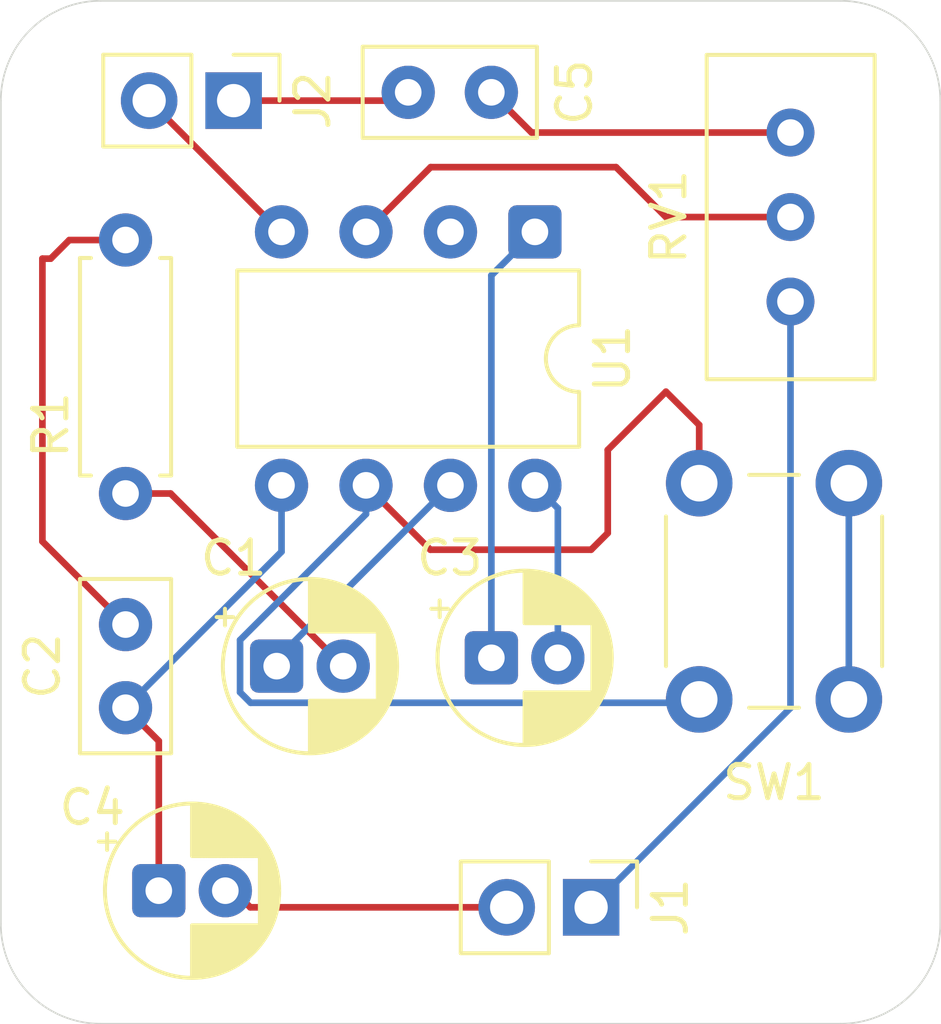
<source format=kicad_pcb>
(kicad_pcb (version 20241229) (generator "pcbnew") (generator_version "9.0")
  (layers (0 "F.Cu" signal) (2 "B.Cu" signal) (13 "F.Paste" user) (15 "B.Paste" user) (5 "F.SilkS" user "F.Silkscreen") (7 "B.SilkS" user "B.Silkscreen") (1 "F.Mask" user) (3 "B.Mask" user) (25 "Edge.Cuts" user))
  (net 0 "")
  (net 1 "Net-(U1-BYPASS)")
  (net 2 "GND")
  (net 3 "Net-(C2-Pad1)")
  (net 4 "Net-(C2-Pad2)")
  (net 5 "Net-(C3-Pad1)")
  (net 6 "Net-(C3-Pad2)")
  (net 7 "Net-(J1-Pin_2)")
  (net 8 "Net-(C5-Pad2)")
  (net 9 "Net-(J2-Pin_1)")
  (net 10 "Net-(U1-+)")
  (net 11 "+12V")
  (net 12 "Net-(SW1-B)")
  (footprint "Capacitor_THT:CP_Radial_D5.0mm_P2.00mm" (layer "F.Cu") (at 118.794888 82.5)
    (property "Reference" "C1" (at -1.294888 -3.25 0) (layer "F.SilkS"))
    (property "Value" "10uF")
    (fp_line (start -1.804775 -1.475) (end -1.304775 -1.475) (stroke (width 0.12)) (layer "F.SilkS"))
    (fp_line (start -1.554775 -1.725) (end -1.554775 -1.225) (stroke (width 0.12)) (layer "F.SilkS"))
    (fp_line (start 1 -2.58) (end 1 -1.04) (stroke (width 0.12)) (layer "F.SilkS"))
    (fp_line (start 1 1.04) (end 1 2.58) (stroke (width 0.12)) (layer "F.SilkS"))
    (fp_line (start 1.04 -2.58) (end 1.04 -1.04) (stroke (width 0.12)) (layer "F.SilkS"))
    (fp_line (start 1.04 1.04) (end 1.04 2.58) (stroke (width 0.12)) (layer "F.SilkS"))
    (fp_line (start 1.08 -2.579) (end 1.08 -1.04) (stroke (width 0.12)) (layer "F.SilkS"))
    (fp_line (start 1.08 1.04) (end 1.08 2.579) (stroke (width 0.12)) (layer "F.SilkS"))
    (fp_line (start 1.12 -2.577) (end 1.12 -1.04) (stroke (width 0.12)) (layer "F.SilkS"))
    (fp_line (start 1.12 1.04) (end 1.12 2.577) (stroke (width 0.12)) (layer "F.SilkS"))
    (fp_line (start 1.16 -2.575) (end 1.16 -1.04) (stroke (width 0.12)) (layer "F.SilkS"))
    (fp_line (start 1.16 1.04) (end 1.16 2.575) (stroke (width 0.12)) (layer "F.SilkS"))
    (fp_line (start 1.2 -2.572) (end 1.2 -1.04) (stroke (width 0.12)) (layer "F.SilkS"))
    (fp_line (start 1.2 1.04) (end 1.2 2.572) (stroke (width 0.12)) (layer "F.SilkS"))
    (fp_line (start 1.24 -2.569) (end 1.24 -1.04) (stroke (width 0.12)) (layer "F.SilkS"))
    (fp_line (start 1.24 1.04) (end 1.24 2.569) (stroke (width 0.12)) (layer "F.SilkS"))
    (fp_line (start 1.28 -2.565) (end 1.28 -1.04) (stroke (width 0.12)) (layer "F.SilkS"))
    (fp_line (start 1.28 1.04) (end 1.28 2.565) (stroke (width 0.12)) (layer "F.SilkS"))
    (fp_line (start 1.32 -2.56) (end 1.32 -1.04) (stroke (width 0.12)) (layer "F.SilkS"))
    (fp_line (start 1.32 1.04) (end 1.32 2.56) (stroke (width 0.12)) (layer "F.SilkS"))
    (fp_line (start 1.36 -2.555) (end 1.36 -1.04) (stroke (width 0.12)) (layer "F.SilkS"))
    (fp_line (start 1.36 1.04) (end 1.36 2.555) (stroke (width 0.12)) (layer "F.SilkS"))
    (fp_line (start 1.4 -2.549) (end 1.4 -1.04) (stroke (width 0.12)) (layer "F.SilkS"))
    (fp_line (start 1.4 1.04) (end 1.4 2.549) (stroke (width 0.12)) (layer "F.SilkS"))
    (fp_line (start 1.44 -2.543) (end 1.44 -1.04) (stroke (width 0.12)) (layer "F.SilkS"))
    (fp_line (start 1.44 1.04) (end 1.44 2.543) (stroke (width 0.12)) (layer "F.SilkS"))
    (fp_line (start 1.48 -2.536) (end 1.48 -1.04) (stroke (width 0.12)) (layer "F.SilkS"))
    (fp_line (start 1.48 1.04) (end 1.48 2.536) (stroke (width 0.12)) (layer "F.SilkS"))
    (fp_line (start 1.52 -2.528) (end 1.52 -1.04) (stroke (width 0.12)) (layer "F.SilkS"))
    (fp_line (start 1.52 1.04) (end 1.52 2.528) (stroke (width 0.12)) (layer "F.SilkS"))
    (fp_line (start 1.56 -2.519) (end 1.56 -1.04) (stroke (width 0.12)) (layer "F.SilkS"))
    (fp_line (start 1.56 1.04) (end 1.56 2.519) (stroke (width 0.12)) (layer "F.SilkS"))
    (fp_line (start 1.6 -2.51) (end 1.6 -1.04) (stroke (width 0.12)) (layer "F.SilkS"))
    (fp_line (start 1.6 1.04) (end 1.6 2.51) (stroke (width 0.12)) (layer "F.SilkS"))
    (fp_line (start 1.64 -2.501) (end 1.64 -1.04) (stroke (width 0.12)) (layer "F.SilkS"))
    (fp_line (start 1.64 1.04) (end 1.64 2.501) (stroke (width 0.12)) (layer "F.SilkS"))
    (fp_line (start 1.68 -2.49) (end 1.68 -1.04) (stroke (width 0.12)) (layer "F.SilkS"))
    (fp_line (start 1.68 1.04) (end 1.68 2.49) (stroke (width 0.12)) (layer "F.SilkS"))
    (fp_line (start 1.72 -2.479) (end 1.72 -1.04) (stroke (width 0.12)) (layer "F.SilkS"))
    (fp_line (start 1.72 1.04) (end 1.72 2.479) (stroke (width 0.12)) (layer "F.SilkS"))
    (fp_line (start 1.76 -2.467) (end 1.76 -1.04) (stroke (width 0.12)) (layer "F.SilkS"))
    (fp_line (start 1.76 1.04) (end 1.76 2.467) (stroke (width 0.12)) (layer "F.SilkS"))
    (fp_line (start 1.8 -2.455) (end 1.8 -1.04) (stroke (width 0.12)) (layer "F.SilkS"))
    (fp_line (start 1.8 1.04) (end 1.8 2.455) (stroke (width 0.12)) (layer "F.SilkS"))
    (fp_line (start 1.84 -2.442) (end 1.84 -1.04) (stroke (width 0.12)) (layer "F.SilkS"))
    (fp_line (start 1.84 1.04) (end 1.84 2.442) (stroke (width 0.12)) (layer "F.SilkS"))
    (fp_line (start 1.88 -2.428) (end 1.88 -1.04) (stroke (width 0.12)) (layer "F.SilkS"))
    (fp_line (start 1.88 1.04) (end 1.88 2.428) (stroke (width 0.12)) (layer "F.SilkS"))
    (fp_line (start 1.92 -2.413) (end 1.92 -1.04) (stroke (width 0.12)) (layer "F.SilkS"))
    (fp_line (start 1.92 1.04) (end 1.92 2.413) (stroke (width 0.12)) (layer "F.SilkS"))
    (fp_line (start 1.96 -2.398) (end 1.96 -1.04) (stroke (width 0.12)) (layer "F.SilkS"))
    (fp_line (start 1.96 1.04) (end 1.96 2.398) (stroke (width 0.12)) (layer "F.SilkS"))
    (fp_line (start 2 -2.382) (end 2 -1.04) (stroke (width 0.12)) (layer "F.SilkS"))
    (fp_line (start 2 1.04) (end 2 2.382) (stroke (width 0.12)) (layer "F.SilkS"))
    (fp_line (start 2.04 -2.365) (end 2.04 -1.04) (stroke (width 0.12)) (layer "F.SilkS"))
    (fp_line (start 2.04 1.04) (end 2.04 2.365) (stroke (width 0.12)) (layer "F.SilkS"))
    (fp_line (start 2.08 -2.347) (end 2.08 -1.04) (stroke (width 0.12)) (layer "F.SilkS"))
    (fp_line (start 2.08 1.04) (end 2.08 2.347) (stroke (width 0.12)) (layer "F.SilkS"))
    (fp_line (start 2.12 -2.329) (end 2.12 -1.04) (stroke (width 0.12)) (layer "F.SilkS"))
    (fp_line (start 2.12 1.04) (end 2.12 2.329) (stroke (width 0.12)) (layer "F.SilkS"))
    (fp_line (start 2.16 -2.309) (end 2.16 -1.04) (stroke (width 0.12)) (layer "F.SilkS"))
    (fp_line (start 2.16 1.04) (end 2.16 2.309) (stroke (width 0.12)) (layer "F.SilkS"))
    (fp_line (start 2.2 -2.289) (end 2.2 -1.04) (stroke (width 0.12)) (layer "F.SilkS"))
    (fp_line (start 2.2 1.04) (end 2.2 2.289) (stroke (width 0.12)) (layer "F.SilkS"))
    (fp_line (start 2.24 -2.268) (end 2.24 -1.04) (stroke (width 0.12)) (layer "F.SilkS"))
    (fp_line (start 2.24 1.04) (end 2.24 2.268) (stroke (width 0.12)) (layer "F.SilkS"))
    (fp_line (start 2.28 -2.246) (end 2.28 -1.04) (stroke (width 0.12)) (layer "F.SilkS"))
    (fp_line (start 2.28 1.04) (end 2.28 2.246) (stroke (width 0.12)) (layer "F.SilkS"))
    (fp_line (start 2.32 -2.223) (end 2.32 -1.04) (stroke (width 0.12)) (layer "F.SilkS"))
    (fp_line (start 2.32 1.04) (end 2.32 2.223) (stroke (width 0.12)) (layer "F.SilkS"))
    (fp_line (start 2.36 -2.199) (end 2.36 -1.04) (stroke (width 0.12)) (layer "F.SilkS"))
    (fp_line (start 2.36 1.04) (end 2.36 2.199) (stroke (width 0.12)) (layer "F.SilkS"))
    (fp_line (start 2.4 -2.175) (end 2.4 -1.04) (stroke (width 0.12)) (layer "F.SilkS"))
    (fp_line (start 2.4 1.04) (end 2.4 2.175) (stroke (width 0.12)) (layer "F.SilkS"))
    (fp_line (start 2.44 -2.149) (end 2.44 -1.04) (stroke (width 0.12)) (layer "F.SilkS"))
    (fp_line (start 2.44 1.04) (end 2.44 2.149) (stroke (width 0.12)) (layer "F.SilkS"))
    (fp_line (start 2.48 -2.122) (end 2.48 -1.04) (stroke (width 0.12)) (layer "F.SilkS"))
    (fp_line (start 2.48 1.04) (end 2.48 2.122) (stroke (width 0.12)) (layer "F.SilkS"))
    (fp_line (start 2.52 -2.094) (end 2.52 -1.04) (stroke (width 0.12)) (layer "F.SilkS"))
    (fp_line (start 2.52 1.04) (end 2.52 2.094) (stroke (width 0.12)) (layer "F.SilkS"))
    (fp_line (start 2.56 -2.065) (end 2.56 -1.04) (stroke (width 0.12)) (layer "F.SilkS"))
    (fp_line (start 2.56 1.04) (end 2.56 2.065) (stroke (width 0.12)) (layer "F.SilkS"))
    (fp_line (start 2.6 -2.035) (end 2.6 -1.04) (stroke (width 0.12)) (layer "F.SilkS"))
    (fp_line (start 2.6 1.04) (end 2.6 2.035) (stroke (width 0.12)) (layer "F.SilkS"))
    (fp_line (start 2.64 -2.003) (end 2.64 -1.04) (stroke (width 0.12)) (layer "F.SilkS"))
    (fp_line (start 2.64 1.04) (end 2.64 2.003) (stroke (width 0.12)) (layer "F.SilkS"))
    (fp_line (start 2.68 -1.97) (end 2.68 -1.04) (stroke (width 0.12)) (layer "F.SilkS"))
    (fp_line (start 2.68 1.04) (end 2.68 1.97) (stroke (width 0.12)) (layer "F.SilkS"))
    (fp_line (start 2.72 -1.936) (end 2.72 -1.04) (stroke (width 0.12)) (layer "F.SilkS"))
    (fp_line (start 2.72 1.04) (end 2.72 1.936) (stroke (width 0.12)) (layer "F.SilkS"))
    (fp_line (start 2.76 -1.901) (end 2.76 -1.04) (stroke (width 0.12)) (layer "F.SilkS"))
    (fp_line (start 2.76 1.04) (end 2.76 1.901) (stroke (width 0.12)) (layer "F.SilkS"))
    (fp_line (start 2.8 -1.864) (end 2.8 -1.04) (stroke (width 0.12)) (layer "F.SilkS"))
    (fp_line (start 2.8 1.04) (end 2.8 1.864) (stroke (width 0.12)) (layer "F.SilkS"))
    (fp_line (start 2.84 -1.825) (end 2.84 -1.04) (stroke (width 0.12)) (layer "F.SilkS"))
    (fp_line (start 2.84 1.04) (end 2.84 1.825) (stroke (width 0.12)) (layer "F.SilkS"))
    (fp_line (start 2.88 -1.785) (end 2.88 -1.04) (stroke (width 0.12)) (layer "F.SilkS"))
    (fp_line (start 2.88 1.04) (end 2.88 1.785) (stroke (width 0.12)) (layer "F.SilkS"))
    (fp_line (start 2.92 -1.743) (end 2.92 -1.04) (stroke (width 0.12)) (layer "F.SilkS"))
    (fp_line (start 2.92 1.04) (end 2.92 1.743) (stroke (width 0.12)) (layer "F.SilkS"))
    (fp_line (start 2.96 -1.699) (end 2.96 -1.04) (stroke (width 0.12)) (layer "F.SilkS"))
    (fp_line (start 2.96 1.04) (end 2.96 1.699) (stroke (width 0.12)) (layer "F.SilkS"))
    (fp_line (start 3 -1.652) (end 3 -1.04) (stroke (width 0.12)) (layer "F.SilkS"))
    (fp_line (start 3 1.04) (end 3 1.652) (stroke (width 0.12)) (layer "F.SilkS"))
    (fp_line (start 3.04 -1.604) (end 3.04 1.604) (stroke (width 0.12)) (layer "F.SilkS"))
    (fp_line (start 3.08 -1.553) (end 3.08 1.553) (stroke (width 0.12)) (layer "F.SilkS"))
    (fp_line (start 3.12 -1.499) (end 3.12 1.499) (stroke (width 0.12)) (layer "F.SilkS"))
    (fp_line (start 3.16 -1.443) (end 3.16 1.443) (stroke (width 0.12)) (layer "F.SilkS"))
    (fp_line (start 3.2 -1.383) (end 3.2 1.383) (stroke (width 0.12)) (layer "F.SilkS"))
    (fp_line (start 3.24 -1.319) (end 3.24 1.319) (stroke (width 0.12)) (layer "F.SilkS"))
    (fp_line (start 3.28 -1.251) (end 3.28 1.251) (stroke (width 0.12)) (layer "F.SilkS"))
    (fp_line (start 3.32 -1.177) (end 3.32 1.177) (stroke (width 0.12)) (layer "F.SilkS"))
    (fp_line (start 3.36 -1.098) (end 3.36 1.098) (stroke (width 0.12)) (layer "F.SilkS"))
    (fp_line (start 3.4 -1.011) (end 3.4 1.011) (stroke (width 0.12)) (layer "F.SilkS"))
    (fp_line (start 3.44 -0.914) (end 3.44 0.914) (stroke (width 0.12)) (layer "F.SilkS"))
    (fp_line (start 3.48 -0.805) (end 3.48 0.805) (stroke (width 0.12)) (layer "F.SilkS"))
    (fp_line (start 3.52 -0.677) (end 3.52 0.677) (stroke (width 0.12)) (layer "F.SilkS"))
    (fp_line (start 3.56 -0.517) (end 3.56 0.517) (stroke (width 0.12)) (layer "F.SilkS"))
    (fp_line (start 3.6 -0.283) (end 3.6 0.283) (stroke (width 0.12)) (layer "F.SilkS"))
    (fp_circle (center 1 0) (end 3.62 0) (stroke (width 0.12)) (fill no) (layer "F.SilkS"))
    (pad "1" thru_hole roundrect (at 0 0) (size 1.6 1.6) (drill 0.8) (layers "*.Cu" "*.Mask") (roundrect_rratio 0.15625) (net 1 "Net-(U1-BYPASS)"))
    (pad "2" thru_hole circle (at 2 0) (size 1.6 1.6) (drill 0.8) (layers "*.Cu" "*.Mask") (net 2 "GND"))
  )
  (footprint "Potentiometer_THT:Potentiometer_Bourns_3296W_Vertical" (layer "F.Cu") (at 134.245 66.46 90)
    (property "Reference" "RV1" (at -2.54 -3.66 90) (layer "F.SilkS"))
    (property "Value" "R_Potentiometer" (hide yes))
    (fp_line (start 2.335 -2.52) (end 2.335 2.53) (stroke (width 0.12)) (layer "F.SilkS"))
    (fp_line (start -7.415 -2.52) (end 2.335 -2.52) (stroke (width 0.12)) (layer "F.SilkS"))
    (fp_line (start 2.335 2.53) (end -7.415 2.53) (stroke (width 0.12)) (layer "F.SilkS"))
    (fp_line (start -7.415 2.53) (end -7.415 -2.52) (stroke (width 0.12)) (layer "F.SilkS"))
    (pad "1" thru_hole circle (at 0 0 90) (size 1.44 1.44) (drill 0.8) (layers "*.Cu" "*.Mask") (net 8 "Net-(C5-Pad2)"))
    (pad "2" thru_hole circle (at -2.54 0 90) (size 1.44 1.44) (drill 0.8) (layers "*.Cu" "*.Mask") (net 10 "Net-(U1-+)"))
    (pad "3" thru_hole circle (at -5.08 0 90) (size 1.44 1.44) (drill 0.8) (layers "*.Cu" "*.Mask") (net 2 "GND"))
  )
  (footprint "Capacitor_THT:CP_Radial_D5.0mm_P2.00mm" (layer "F.Cu") (at 115.25 89.25)
    (property "Reference" "C4" (at -2 -2.5 0) (layer "F.SilkS"))
    (property "Value" "C_Polarized" (hide yes))
    (fp_line (start -1.804775 -1.475) (end -1.304775 -1.475) (stroke (width 0.12)) (layer "F.SilkS"))
    (fp_line (start -1.554775 -1.725) (end -1.554775 -1.225) (stroke (width 0.12)) (layer "F.SilkS"))
    (fp_line (start 1 -2.58) (end 1 -1.04) (stroke (width 0.12)) (layer "F.SilkS"))
    (fp_line (start 1 1.04) (end 1 2.58) (stroke (width 0.12)) (layer "F.SilkS"))
    (fp_line (start 1.04 -2.58) (end 1.04 -1.04) (stroke (width 0.12)) (layer "F.SilkS"))
    (fp_line (start 1.04 1.04) (end 1.04 2.58) (stroke (width 0.12)) (layer "F.SilkS"))
    (fp_line (start 1.08 -2.579) (end 1.08 -1.04) (stroke (width 0.12)) (layer "F.SilkS"))
    (fp_line (start 1.08 1.04) (end 1.08 2.579) (stroke (width 0.12)) (layer "F.SilkS"))
    (fp_line (start 1.12 -2.577) (end 1.12 -1.04) (stroke (width 0.12)) (layer "F.SilkS"))
    (fp_line (start 1.12 1.04) (end 1.12 2.577) (stroke (width 0.12)) (layer "F.SilkS"))
    (fp_line (start 1.16 -2.575) (end 1.16 -1.04) (stroke (width 0.12)) (layer "F.SilkS"))
    (fp_line (start 1.16 1.04) (end 1.16 2.575) (stroke (width 0.12)) (layer "F.SilkS"))
    (fp_line (start 1.2 -2.572) (end 1.2 -1.04) (stroke (width 0.12)) (layer "F.SilkS"))
    (fp_line (start 1.2 1.04) (end 1.2 2.572) (stroke (width 0.12)) (layer "F.SilkS"))
    (fp_line (start 1.24 -2.569) (end 1.24 -1.04) (stroke (width 0.12)) (layer "F.SilkS"))
    (fp_line (start 1.24 1.04) (end 1.24 2.569) (stroke (width 0.12)) (layer "F.SilkS"))
    (fp_line (start 1.28 -2.565) (end 1.28 -1.04) (stroke (width 0.12)) (layer "F.SilkS"))
    (fp_line (start 1.28 1.04) (end 1.28 2.565) (stroke (width 0.12)) (layer "F.SilkS"))
    (fp_line (start 1.32 -2.56) (end 1.32 -1.04) (stroke (width 0.12)) (layer "F.SilkS"))
    (fp_line (start 1.32 1.04) (end 1.32 2.56) (stroke (width 0.12)) (layer "F.SilkS"))
    (fp_line (start 1.36 -2.555) (end 1.36 -1.04) (stroke (width 0.12)) (layer "F.SilkS"))
    (fp_line (start 1.36 1.04) (end 1.36 2.555) (stroke (width 0.12)) (layer "F.SilkS"))
    (fp_line (start 1.4 -2.549) (end 1.4 -1.04) (stroke (width 0.12)) (layer "F.SilkS"))
    (fp_line (start 1.4 1.04) (end 1.4 2.549) (stroke (width 0.12)) (layer "F.SilkS"))
    (fp_line (start 1.44 -2.543) (end 1.44 -1.04) (stroke (width 0.12)) (layer "F.SilkS"))
    (fp_line (start 1.44 1.04) (end 1.44 2.543) (stroke (width 0.12)) (layer "F.SilkS"))
    (fp_line (start 1.48 -2.536) (end 1.48 -1.04) (stroke (width 0.12)) (layer "F.SilkS"))
    (fp_line (start 1.48 1.04) (end 1.48 2.536) (stroke (width 0.12)) (layer "F.SilkS"))
    (fp_line (start 1.52 -2.528) (end 1.52 -1.04) (stroke (width 0.12)) (layer "F.SilkS"))
    (fp_line (start 1.52 1.04) (end 1.52 2.528) (stroke (width 0.12)) (layer "F.SilkS"))
    (fp_line (start 1.56 -2.519) (end 1.56 -1.04) (stroke (width 0.12)) (layer "F.SilkS"))
    (fp_line (start 1.56 1.04) (end 1.56 2.519) (stroke (width 0.12)) (layer "F.SilkS"))
    (fp_line (start 1.6 -2.51) (end 1.6 -1.04) (stroke (width 0.12)) (layer "F.SilkS"))
    (fp_line (start 1.6 1.04) (end 1.6 2.51) (stroke (width 0.12)) (layer "F.SilkS"))
    (fp_line (start 1.64 -2.501) (end 1.64 -1.04) (stroke (width 0.12)) (layer "F.SilkS"))
    (fp_line (start 1.64 1.04) (end 1.64 2.501) (stroke (width 0.12)) (layer "F.SilkS"))
    (fp_line (start 1.68 -2.49) (end 1.68 -1.04) (stroke (width 0.12)) (layer "F.SilkS"))
    (fp_line (start 1.68 1.04) (end 1.68 2.49) (stroke (width 0.12)) (layer "F.SilkS"))
    (fp_line (start 1.72 -2.479) (end 1.72 -1.04) (stroke (width 0.12)) (layer "F.SilkS"))
    (fp_line (start 1.72 1.04) (end 1.72 2.479) (stroke (width 0.12)) (layer "F.SilkS"))
    (fp_line (start 1.76 -2.467) (end 1.76 -1.04) (stroke (width 0.12)) (layer "F.SilkS"))
    (fp_line (start 1.76 1.04) (end 1.76 2.467) (stroke (width 0.12)) (layer "F.SilkS"))
    (fp_line (start 1.8 -2.455) (end 1.8 -1.04) (stroke (width 0.12)) (layer "F.SilkS"))
    (fp_line (start 1.8 1.04) (end 1.8 2.455) (stroke (width 0.12)) (layer "F.SilkS"))
    (fp_line (start 1.84 -2.442) (end 1.84 -1.04) (stroke (width 0.12)) (layer "F.SilkS"))
    (fp_line (start 1.84 1.04) (end 1.84 2.442) (stroke (width 0.12)) (layer "F.SilkS"))
    (fp_line (start 1.88 -2.428) (end 1.88 -1.04) (stroke (width 0.12)) (layer "F.SilkS"))
    (fp_line (start 1.88 1.04) (end 1.88 2.428) (stroke (width 0.12)) (layer "F.SilkS"))
    (fp_line (start 1.92 -2.413) (end 1.92 -1.04) (stroke (width 0.12)) (layer "F.SilkS"))
    (fp_line (start 1.92 1.04) (end 1.92 2.413) (stroke (width 0.12)) (layer "F.SilkS"))
    (fp_line (start 1.96 -2.398) (end 1.96 -1.04) (stroke (width 0.12)) (layer "F.SilkS"))
    (fp_line (start 1.96 1.04) (end 1.96 2.398) (stroke (width 0.12)) (layer "F.SilkS"))
    (fp_line (start 2 -2.382) (end 2 -1.04) (stroke (width 0.12)) (layer "F.SilkS"))
    (fp_line (start 2 1.04) (end 2 2.382) (stroke (width 0.12)) (layer "F.SilkS"))
    (fp_line (start 2.04 -2.365) (end 2.04 -1.04) (stroke (width 0.12)) (layer "F.SilkS"))
    (fp_line (start 2.04 1.04) (end 2.04 2.365) (stroke (width 0.12)) (layer "F.SilkS"))
    (fp_line (start 2.08 -2.347) (end 2.08 -1.04) (stroke (width 0.12)) (layer "F.SilkS"))
    (fp_line (start 2.08 1.04) (end 2.08 2.347) (stroke (width 0.12)) (layer "F.SilkS"))
    (fp_line (start 2.12 -2.329) (end 2.12 -1.04) (stroke (width 0.12)) (layer "F.SilkS"))
    (fp_line (start 2.12 1.04) (end 2.12 2.329) (stroke (width 0.12)) (layer "F.SilkS"))
    (fp_line (start 2.16 -2.309) (end 2.16 -1.04) (stroke (width 0.12)) (layer "F.SilkS"))
    (fp_line (start 2.16 1.04) (end 2.16 2.309) (stroke (width 0.12)) (layer "F.SilkS"))
    (fp_line (start 2.2 -2.289) (end 2.2 -1.04) (stroke (width 0.12)) (layer "F.SilkS"))
    (fp_line (start 2.2 1.04) (end 2.2 2.289) (stroke (width 0.12)) (layer "F.SilkS"))
    (fp_line (start 2.24 -2.268) (end 2.24 -1.04) (stroke (width 0.12)) (layer "F.SilkS"))
    (fp_line (start 2.24 1.04) (end 2.24 2.268) (stroke (width 0.12)) (layer "F.SilkS"))
    (fp_line (start 2.28 -2.246) (end 2.28 -1.04) (stroke (width 0.12)) (layer "F.SilkS"))
    (fp_line (start 2.28 1.04) (end 2.28 2.246) (stroke (width 0.12)) (layer "F.SilkS"))
    (fp_line (start 2.32 -2.223) (end 2.32 -1.04) (stroke (width 0.12)) (layer "F.SilkS"))
    (fp_line (start 2.32 1.04) (end 2.32 2.223) (stroke (width 0.12)) (layer "F.SilkS"))
    (fp_line (start 2.36 -2.199) (end 2.36 -1.04) (stroke (width 0.12)) (layer "F.SilkS"))
    (fp_line (start 2.36 1.04) (end 2.36 2.199) (stroke (width 0.12)) (layer "F.SilkS"))
    (fp_line (start 2.4 -2.175) (end 2.4 -1.04) (stroke (width 0.12)) (layer "F.SilkS"))
    (fp_line (start 2.4 1.04) (end 2.4 2.175) (stroke (width 0.12)) (layer "F.SilkS"))
    (fp_line (start 2.44 -2.149) (end 2.44 -1.04) (stroke (width 0.12)) (layer "F.SilkS"))
    (fp_line (start 2.44 1.04) (end 2.44 2.149) (stroke (width 0.12)) (layer "F.SilkS"))
    (fp_line (start 2.48 -2.122) (end 2.48 -1.04) (stroke (width 0.12)) (layer "F.SilkS"))
    (fp_line (start 2.48 1.04) (end 2.48 2.122) (stroke (width 0.12)) (layer "F.SilkS"))
    (fp_line (start 2.52 -2.094) (end 2.52 -1.04) (stroke (width 0.12)) (layer "F.SilkS"))
    (fp_line (start 2.52 1.04) (end 2.52 2.094) (stroke (width 0.12)) (layer "F.SilkS"))
    (fp_line (start 2.56 -2.065) (end 2.56 -1.04) (stroke (width 0.12)) (layer "F.SilkS"))
    (fp_line (start 2.56 1.04) (end 2.56 2.065) (stroke (width 0.12)) (layer "F.SilkS"))
    (fp_line (start 2.6 -2.035) (end 2.6 -1.04) (stroke (width 0.12)) (layer "F.SilkS"))
    (fp_line (start 2.6 1.04) (end 2.6 2.035) (stroke (width 0.12)) (layer "F.SilkS"))
    (fp_line (start 2.64 -2.003) (end 2.64 -1.04) (stroke (width 0.12)) (layer "F.SilkS"))
    (fp_line (start 2.64 1.04) (end 2.64 2.003) (stroke (width 0.12)) (layer "F.SilkS"))
    (fp_line (start 2.68 -1.97) (end 2.68 -1.04) (stroke (width 0.12)) (layer "F.SilkS"))
    (fp_line (start 2.68 1.04) (end 2.68 1.97) (stroke (width 0.12)) (layer "F.SilkS"))
    (fp_line (start 2.72 -1.936) (end 2.72 -1.04) (stroke (width 0.12)) (layer "F.SilkS"))
    (fp_line (start 2.72 1.04) (end 2.72 1.936) (stroke (width 0.12)) (layer "F.SilkS"))
    (fp_line (start 2.76 -1.901) (end 2.76 -1.04) (stroke (width 0.12)) (layer "F.SilkS"))
    (fp_line (start 2.76 1.04) (end 2.76 1.901) (stroke (width 0.12)) (layer "F.SilkS"))
    (fp_line (start 2.8 -1.864) (end 2.8 -1.04) (stroke (width 0.12)) (layer "F.SilkS"))
    (fp_line (start 2.8 1.04) (end 2.8 1.864) (stroke (width 0.12)) (layer "F.SilkS"))
    (fp_line (start 2.84 -1.825) (end 2.84 -1.04) (stroke (width 0.12)) (layer "F.SilkS"))
    (fp_line (start 2.84 1.04) (end 2.84 1.825) (stroke (width 0.12)) (layer "F.SilkS"))
    (fp_line (start 2.88 -1.785) (end 2.88 -1.04) (stroke (width 0.12)) (layer "F.SilkS"))
    (fp_line (start 2.88 1.04) (end 2.88 1.785) (stroke (width 0.12)) (layer "F.SilkS"))
    (fp_line (start 2.92 -1.743) (end 2.92 -1.04) (stroke (width 0.12)) (layer "F.SilkS"))
    (fp_line (start 2.92 1.04) (end 2.92 1.743) (stroke (width 0.12)) (layer "F.SilkS"))
    (fp_line (start 2.96 -1.699) (end 2.96 -1.04) (stroke (width 0.12)) (layer "F.SilkS"))
    (fp_line (start 2.96 1.04) (end 2.96 1.699) (stroke (width 0.12)) (layer "F.SilkS"))
    (fp_line (start 3 -1.652) (end 3 -1.04) (stroke (width 0.12)) (layer "F.SilkS"))
    (fp_line (start 3 1.04) (end 3 1.652) (stroke (width 0.12)) (layer "F.SilkS"))
    (fp_line (start 3.04 -1.604) (end 3.04 1.604) (stroke (width 0.12)) (layer "F.SilkS"))
    (fp_line (start 3.08 -1.553) (end 3.08 1.553) (stroke (width 0.12)) (layer "F.SilkS"))
    (fp_line (start 3.12 -1.499) (end 3.12 1.499) (stroke (width 0.12)) (layer "F.SilkS"))
    (fp_line (start 3.16 -1.443) (end 3.16 1.443) (stroke (width 0.12)) (layer "F.SilkS"))
    (fp_line (start 3.2 -1.383) (end 3.2 1.383) (stroke (width 0.12)) (layer "F.SilkS"))
    (fp_line (start 3.24 -1.319) (end 3.24 1.319) (stroke (width 0.12)) (layer "F.SilkS"))
    (fp_line (start 3.28 -1.251) (end 3.28 1.251) (stroke (width 0.12)) (layer "F.SilkS"))
    (fp_line (start 3.32 -1.177) (end 3.32 1.177) (stroke (width 0.12)) (layer "F.SilkS"))
    (fp_line (start 3.36 -1.098) (end 3.36 1.098) (stroke (width 0.12)) (layer "F.SilkS"))
    (fp_line (start 3.4 -1.011) (end 3.4 1.011) (stroke (width 0.12)) (layer "F.SilkS"))
    (fp_line (start 3.44 -0.914) (end 3.44 0.914) (stroke (width 0.12)) (layer "F.SilkS"))
    (fp_line (start 3.48 -0.805) (end 3.48 0.805) (stroke (width 0.12)) (layer "F.SilkS"))
    (fp_line (start 3.52 -0.677) (end 3.52 0.677) (stroke (width 0.12)) (layer "F.SilkS"))
    (fp_line (start 3.56 -0.517) (end 3.56 0.517) (stroke (width 0.12)) (layer "F.SilkS"))
    (fp_line (start 3.6 -0.283) (end 3.6 0.283) (stroke (width 0.12)) (layer "F.SilkS"))
    (fp_circle (center 1 0) (end 3.62 0) (stroke (width 0.12)) (fill no) (layer "F.SilkS"))
    (pad "1" thru_hole roundrect (at 0 0) (size 1.6 1.6) (drill 0.8) (layers "*.Cu" "*.Mask") (roundrect_rratio 0.15625) (net 3 "Net-(C2-Pad1)"))
    (pad "2" thru_hole circle (at 2 0) (size 1.6 1.6) (drill 0.8) (layers "*.Cu" "*.Mask") (net 7 "Net-(J1-Pin_2)"))
  )
  (footprint "Button_Switch_THT:SW_PUSH_6mm" (layer "F.Cu") (at 136 77 -90)
    (property "Reference" "SW1" (at 9 2.25 180) (layer "F.SilkS"))
    (property "Value" "SW_SPST")
    (fp_line (start 1 5.5) (end 5.5 5.5) (stroke (width 0.12)) (layer "F.SilkS"))
    (fp_line (start 6.75 3) (end 6.75 1.5) (stroke (width 0.12)) (layer "F.SilkS"))
    (fp_line (start -0.25 1.5) (end -0.25 3) (stroke (width 0.12)) (layer "F.SilkS"))
    (fp_line (start 5.5 -1) (end 1 -1) (stroke (width 0.12)) (layer "F.SilkS"))
    (pad "1" thru_hole circle (at 0 0) (size 2 2) (drill 1.1) (layers "*.Cu" "*.Mask") (net 11 "+12V"))
    (pad "1" thru_hole circle (at 6.5 0) (size 2 2) (drill 1.1) (layers "*.Cu" "*.Mask") (net 11 "+12V"))
    (pad "2" thru_hole circle (at 0 4.5) (size 2 2) (drill 1.1) (layers "*.Cu" "*.Mask") (net 12 "Net-(SW1-B)"))
    (pad "2" thru_hole circle (at 6.5 4.5) (size 2 2) (drill 1.1) (layers "*.Cu" "*.Mask") (net 12 "Net-(SW1-B)"))
  )
  (footprint "Capacitor_THT:C_Disc_D5.0mm_W2.5mm_P2.50mm" (layer "F.Cu") (at 122.75 65.25)
    (property "Reference" "C5" (at 5 0 270) (layer "F.SilkS"))
    (property "Value" "C")
    (fp_line (start -1.37 -1.37) (end 3.87 -1.37) (stroke (width 0.12)) (layer "F.SilkS"))
    (fp_line (start -1.37 1.37) (end -1.37 -1.37) (stroke (width 0.12)) (layer "F.SilkS"))
    (fp_line (start 3.87 -1.37) (end 3.87 1.37) (stroke (width 0.12)) (layer "F.SilkS"))
    (fp_line (start 3.87 1.37) (end -1.37 1.37) (stroke (width 0.12)) (layer "F.SilkS"))
    (pad "1" thru_hole circle (at 0 0) (size 1.6 1.6) (drill 0.8) (layers "*.Cu" "*.Mask") (net 9 "Net-(J2-Pin_1)"))
    (pad "2" thru_hole circle (at 2.5 0) (size 1.6 1.6) (drill 0.8) (layers "*.Cu" "*.Mask") (net 8 "Net-(C5-Pad2)"))
  )
  (footprint "Connector_PinHeader_2.54mm:PinHeader_1x02_P2.54mm_Vertical" (layer "F.Cu") (at 128.25 89.75 -90)
    (property "Reference" "J1" (at 0 -2.38 90) (layer "F.SilkS"))
    (property "Value" "Vout")
    (fp_line (start -1.38 3.92) (end 1.38 3.92) (stroke (width 0.12)) (layer "F.SilkS"))
    (fp_line (start -1.38 1.27) (end -1.38 3.92) (stroke (width 0.12)) (layer "F.SilkS"))
    (fp_line (start -1.38 1.27) (end 1.38 1.27) (stroke (width 0.12)) (layer "F.SilkS"))
    (fp_line (start 1.38 1.27) (end 1.38 3.92) (stroke (width 0.12)) (layer "F.SilkS"))
    (fp_line (start -1.38 0) (end -1.38 -1.38) (stroke (width 0.12)) (layer "F.SilkS"))
    (fp_line (start -1.38 -1.38) (end 0 -1.38) (stroke (width 0.12)) (layer "F.SilkS"))
    (pad "1" thru_hole rect (at 0 0 270) (size 1.7 1.7) (drill 1) (layers "*.Cu" "*.Mask") (net 2 "GND"))
    (pad "2" thru_hole circle (at 0 2.54 270) (size 1.7 1.7) (drill 1) (layers "*.Cu" "*.Mask") (net 7 "Net-(J1-Pin_2)"))
  )
  (footprint "Connector_PinHeader_2.54mm:PinHeader_1x02_P2.54mm_Vertical" (layer "F.Cu") (at 117.5 65.5 -90)
    (property "Reference" "J2" (at 0 -2.38 90) (layer "F.SilkS"))
    (property "Value" "Vin")
    (fp_line (start -1.38 3.92) (end 1.38 3.92) (stroke (width 0.12)) (layer "F.SilkS"))
    (fp_line (start -1.38 1.27) (end -1.38 3.92) (stroke (width 0.12)) (layer "F.SilkS"))
    (fp_line (start -1.38 1.27) (end 1.38 1.27) (stroke (width 0.12)) (layer "F.SilkS"))
    (fp_line (start 1.38 1.27) (end 1.38 3.92) (stroke (width 0.12)) (layer "F.SilkS"))
    (fp_line (start -1.38 0) (end -1.38 -1.38) (stroke (width 0.12)) (layer "F.SilkS"))
    (fp_line (start -1.38 -1.38) (end 0 -1.38) (stroke (width 0.12)) (layer "F.SilkS"))
    (pad "1" thru_hole rect (at 0 0 270) (size 1.7 1.7) (drill 1) (layers "*.Cu" "*.Mask") (net 9 "Net-(J2-Pin_1)"))
    (pad "2" thru_hole circle (at 0 2.54 270) (size 1.7 1.7) (drill 1) (layers "*.Cu" "*.Mask") (net 2 "GND"))
  )
  (footprint "Capacitor_THT:C_Disc_D5.0mm_W2.5mm_P2.50mm" (layer "F.Cu") (at 114.25 83.75 90)
    (property "Reference" "C2" (at 1.25 -2.5 90) (layer "F.SilkS"))
    (property "Value" "C")
    (fp_line (start 3.87 -1.37) (end 3.87 1.37) (stroke (width 0.12)) (layer "F.SilkS"))
    (fp_line (start -1.37 -1.37) (end 3.87 -1.37) (stroke (width 0.12)) (layer "F.SilkS"))
    (fp_line (start 3.87 1.37) (end -1.37 1.37) (stroke (width 0.12)) (layer "F.SilkS"))
    (fp_line (start -1.37 1.37) (end -1.37 -1.37) (stroke (width 0.12)) (layer "F.SilkS"))
    (pad "1" thru_hole circle (at 0 0 90) (size 1.6 1.6) (drill 0.8) (layers "*.Cu" "*.Mask") (net 3 "Net-(C2-Pad1)"))
    (pad "2" thru_hole circle (at 2.5 0 90) (size 1.6 1.6) (drill 0.8) (layers "*.Cu" "*.Mask") (net 4 "Net-(C2-Pad2)"))
  )
  (footprint "Resistor_THT:R_Axial_DIN0207_L6.3mm_D2.5mm_P7.62mm_Horizontal" (layer "F.Cu") (at 114.25 69.69 -90)
    (property "Reference" "R1" (at 5.56 2.25 90) (layer "F.SilkS"))
    (property "Value" "R")
    (fp_line (start 0.54 1.37) (end 7.08 1.37) (stroke (width 0.12)) (layer "F.SilkS"))
    (fp_line (start 7.08 1.37) (end 7.08 1.04) (stroke (width 0.12)) (layer "F.SilkS"))
    (fp_line (start 0.54 1.04) (end 0.54 1.37) (stroke (width 0.12)) (layer "F.SilkS"))
    (fp_line (start 0.54 -1.04) (end 0.54 -1.37) (stroke (width 0.12)) (layer "F.SilkS"))
    (fp_line (start 0.54 -1.37) (end 7.08 -1.37) (stroke (width 0.12)) (layer "F.SilkS"))
    (fp_line (start 7.08 -1.37) (end 7.08 -1.04) (stroke (width 0.12)) (layer "F.SilkS"))
    (pad "1" thru_hole circle (at 0 0 270) (size 1.6 1.6) (drill 0.8) (layers "*.Cu" "*.Mask") (net 4 "Net-(C2-Pad2)"))
    (pad "2" thru_hole circle (at 7.62 0 270) (size 1.6 1.6) (drill 0.8) (layers "*.Cu" "*.Mask") (net 2 "GND"))
  )
  (footprint "Capacitor_THT:CP_Radial_D5.0mm_P2.00mm" (layer "F.Cu") (at 125.25 82.25)
    (property "Reference" "C3" (at -1.25 -3 0) (layer "F.SilkS"))
    (property "Value" "10uF")
    (fp_line (start -1.804775 -1.475) (end -1.304775 -1.475) (stroke (width 0.12)) (layer "F.SilkS"))
    (fp_line (start -1.554775 -1.725) (end -1.554775 -1.225) (stroke (width 0.12)) (layer "F.SilkS"))
    (fp_line (start 1 -2.58) (end 1 -1.04) (stroke (width 0.12)) (layer "F.SilkS"))
    (fp_line (start 1 1.04) (end 1 2.58) (stroke (width 0.12)) (layer "F.SilkS"))
    (fp_line (start 1.04 -2.58) (end 1.04 -1.04) (stroke (width 0.12)) (layer "F.SilkS"))
    (fp_line (start 1.04 1.04) (end 1.04 2.58) (stroke (width 0.12)) (layer "F.SilkS"))
    (fp_line (start 1.08 -2.579) (end 1.08 -1.04) (stroke (width 0.12)) (layer "F.SilkS"))
    (fp_line (start 1.08 1.04) (end 1.08 2.579) (stroke (width 0.12)) (layer "F.SilkS"))
    (fp_line (start 1.12 -2.577) (end 1.12 -1.04) (stroke (width 0.12)) (layer "F.SilkS"))
    (fp_line (start 1.12 1.04) (end 1.12 2.577) (stroke (width 0.12)) (layer "F.SilkS"))
    (fp_line (start 1.16 -2.575) (end 1.16 -1.04) (stroke (width 0.12)) (layer "F.SilkS"))
    (fp_line (start 1.16 1.04) (end 1.16 2.575) (stroke (width 0.12)) (layer "F.SilkS"))
    (fp_line (start 1.2 -2.572) (end 1.2 -1.04) (stroke (width 0.12)) (layer "F.SilkS"))
    (fp_line (start 1.2 1.04) (end 1.2 2.572) (stroke (width 0.12)) (layer "F.SilkS"))
    (fp_line (start 1.24 -2.569) (end 1.24 -1.04) (stroke (width 0.12)) (layer "F.SilkS"))
    (fp_line (start 1.24 1.04) (end 1.24 2.569) (stroke (width 0.12)) (layer "F.SilkS"))
    (fp_line (start 1.28 -2.565) (end 1.28 -1.04) (stroke (width 0.12)) (layer "F.SilkS"))
    (fp_line (start 1.28 1.04) (end 1.28 2.565) (stroke (width 0.12)) (layer "F.SilkS"))
    (fp_line (start 1.32 -2.56) (end 1.32 -1.04) (stroke (width 0.12)) (layer "F.SilkS"))
    (fp_line (start 1.32 1.04) (end 1.32 2.56) (stroke (width 0.12)) (layer "F.SilkS"))
    (fp_line (start 1.36 -2.555) (end 1.36 -1.04) (stroke (width 0.12)) (layer "F.SilkS"))
    (fp_line (start 1.36 1.04) (end 1.36 2.555) (stroke (width 0.12)) (layer "F.SilkS"))
    (fp_line (start 1.4 -2.549) (end 1.4 -1.04) (stroke (width 0.12)) (layer "F.SilkS"))
    (fp_line (start 1.4 1.04) (end 1.4 2.549) (stroke (width 0.12)) (layer "F.SilkS"))
    (fp_line (start 1.44 -2.543) (end 1.44 -1.04) (stroke (width 0.12)) (layer "F.SilkS"))
    (fp_line (start 1.44 1.04) (end 1.44 2.543) (stroke (width 0.12)) (layer "F.SilkS"))
    (fp_line (start 1.48 -2.536) (end 1.48 -1.04) (stroke (width 0.12)) (layer "F.SilkS"))
    (fp_line (start 1.48 1.04) (end 1.48 2.536) (stroke (width 0.12)) (layer "F.SilkS"))
    (fp_line (start 1.52 -2.528) (end 1.52 -1.04) (stroke (width 0.12)) (layer "F.SilkS"))
    (fp_line (start 1.52 1.04) (end 1.52 2.528) (stroke (width 0.12)) (layer "F.SilkS"))
    (fp_line (start 1.56 -2.519) (end 1.56 -1.04) (stroke (width 0.12)) (layer "F.SilkS"))
    (fp_line (start 1.56 1.04) (end 1.56 2.519) (stroke (width 0.12)) (layer "F.SilkS"))
    (fp_line (start 1.6 -2.51) (end 1.6 -1.04) (stroke (width 0.12)) (layer "F.SilkS"))
    (fp_line (start 1.6 1.04) (end 1.6 2.51) (stroke (width 0.12)) (layer "F.SilkS"))
    (fp_line (start 1.64 -2.501) (end 1.64 -1.04) (stroke (width 0.12)) (layer "F.SilkS"))
    (fp_line (start 1.64 1.04) (end 1.64 2.501) (stroke (width 0.12)) (layer "F.SilkS"))
    (fp_line (start 1.68 -2.49) (end 1.68 -1.04) (stroke (width 0.12)) (layer "F.SilkS"))
    (fp_line (start 1.68 1.04) (end 1.68 2.49) (stroke (width 0.12)) (layer "F.SilkS"))
    (fp_line (start 1.72 -2.479) (end 1.72 -1.04) (stroke (width 0.12)) (layer "F.SilkS"))
    (fp_line (start 1.72 1.04) (end 1.72 2.479) (stroke (width 0.12)) (layer "F.SilkS"))
    (fp_line (start 1.76 -2.467) (end 1.76 -1.04) (stroke (width 0.12)) (layer "F.SilkS"))
    (fp_line (start 1.76 1.04) (end 1.76 2.467) (stroke (width 0.12)) (layer "F.SilkS"))
    (fp_line (start 1.8 -2.455) (end 1.8 -1.04) (stroke (width 0.12)) (layer "F.SilkS"))
    (fp_line (start 1.8 1.04) (end 1.8 2.455) (stroke (width 0.12)) (layer "F.SilkS"))
    (fp_line (start 1.84 -2.442) (end 1.84 -1.04) (stroke (width 0.12)) (layer "F.SilkS"))
    (fp_line (start 1.84 1.04) (end 1.84 2.442) (stroke (width 0.12)) (layer "F.SilkS"))
    (fp_line (start 1.88 -2.428) (end 1.88 -1.04) (stroke (width 0.12)) (layer "F.SilkS"))
    (fp_line (start 1.88 1.04) (end 1.88 2.428) (stroke (width 0.12)) (layer "F.SilkS"))
    (fp_line (start 1.92 -2.413) (end 1.92 -1.04) (stroke (width 0.12)) (layer "F.SilkS"))
    (fp_line (start 1.92 1.04) (end 1.92 2.413) (stroke (width 0.12)) (layer "F.SilkS"))
    (fp_line (start 1.96 -2.398) (end 1.96 -1.04) (stroke (width 0.12)) (layer "F.SilkS"))
    (fp_line (start 1.96 1.04) (end 1.96 2.398) (stroke (width 0.12)) (layer "F.SilkS"))
    (fp_line (start 2 -2.382) (end 2 -1.04) (stroke (width 0.12)) (layer "F.SilkS"))
    (fp_line (start 2 1.04) (end 2 2.382) (stroke (width 0.12)) (layer "F.SilkS"))
    (fp_line (start 2.04 -2.365) (end 2.04 -1.04) (stroke (width 0.12)) (layer "F.SilkS"))
    (fp_line (start 2.04 1.04) (end 2.04 2.365) (stroke (width 0.12)) (layer "F.SilkS"))
    (fp_line (start 2.08 -2.347) (end 2.08 -1.04) (stroke (width 0.12)) (layer "F.SilkS"))
    (fp_line (start 2.08 1.04) (end 2.08 2.347) (stroke (width 0.12)) (layer "F.SilkS"))
    (fp_line (start 2.12 -2.329) (end 2.12 -1.04) (stroke (width 0.12)) (layer "F.SilkS"))
    (fp_line (start 2.12 1.04) (end 2.12 2.329) (stroke (width 0.12)) (layer "F.SilkS"))
    (fp_line (start 2.16 -2.309) (end 2.16 -1.04) (stroke (width 0.12)) (layer "F.SilkS"))
    (fp_line (start 2.16 1.04) (end 2.16 2.309) (stroke (width 0.12)) (layer "F.SilkS"))
    (fp_line (start 2.2 -2.289) (end 2.2 -1.04) (stroke (width 0.12)) (layer "F.SilkS"))
    (fp_line (start 2.2 1.04) (end 2.2 2.289) (stroke (width 0.12)) (layer "F.SilkS"))
    (fp_line (start 2.24 -2.268) (end 2.24 -1.04) (stroke (width 0.12)) (layer "F.SilkS"))
    (fp_line (start 2.24 1.04) (end 2.24 2.268) (stroke (width 0.12)) (layer "F.SilkS"))
    (fp_line (start 2.28 -2.246) (end 2.28 -1.04) (stroke (width 0.12)) (layer "F.SilkS"))
    (fp_line (start 2.28 1.04) (end 2.28 2.246) (stroke (width 0.12)) (layer "F.SilkS"))
    (fp_line (start 2.32 -2.223) (end 2.32 -1.04) (stroke (width 0.12)) (layer "F.SilkS"))
    (fp_line (start 2.32 1.04) (end 2.32 2.223) (stroke (width 0.12)) (layer "F.SilkS"))
    (fp_line (start 2.36 -2.199) (end 2.36 -1.04) (stroke (width 0.12)) (layer "F.SilkS"))
    (fp_line (start 2.36 1.04) (end 2.36 2.199) (stroke (width 0.12)) (layer "F.SilkS"))
    (fp_line (start 2.4 -2.175) (end 2.4 -1.04) (stroke (width 0.12)) (layer "F.SilkS"))
    (fp_line (start 2.4 1.04) (end 2.4 2.175) (stroke (width 0.12)) (layer "F.SilkS"))
    (fp_line (start 2.44 -2.149) (end 2.44 -1.04) (stroke (width 0.12)) (layer "F.SilkS"))
    (fp_line (start 2.44 1.04) (end 2.44 2.149) (stroke (width 0.12)) (layer "F.SilkS"))
    (fp_line (start 2.48 -2.122) (end 2.48 -1.04) (stroke (width 0.12)) (layer "F.SilkS"))
    (fp_line (start 2.48 1.04) (end 2.48 2.122) (stroke (width 0.12)) (layer "F.SilkS"))
    (fp_line (start 2.52 -2.094) (end 2.52 -1.04) (stroke (width 0.12)) (layer "F.SilkS"))
    (fp_line (start 2.52 1.04) (end 2.52 2.094) (stroke (width 0.12)) (layer "F.SilkS"))
    (fp_line (start 2.56 -2.065) (end 2.56 -1.04) (stroke (width 0.12)) (layer "F.SilkS"))
    (fp_line (start 2.56 1.04) (end 2.56 2.065) (stroke (width 0.12)) (layer "F.SilkS"))
    (fp_line (start 2.6 -2.035) (end 2.6 -1.04) (stroke (width 0.12)) (layer "F.SilkS"))
    (fp_line (start 2.6 1.04) (end 2.6 2.035) (stroke (width 0.12)) (layer "F.SilkS"))
    (fp_line (start 2.64 -2.003) (end 2.64 -1.04) (stroke (width 0.12)) (layer "F.SilkS"))
    (fp_line (start 2.64 1.04) (end 2.64 2.003) (stroke (width 0.12)) (layer "F.SilkS"))
    (fp_line (start 2.68 -1.97) (end 2.68 -1.04) (stroke (width 0.12)) (layer "F.SilkS"))
    (fp_line (start 2.68 1.04) (end 2.68 1.97) (stroke (width 0.12)) (layer "F.SilkS"))
    (fp_line (start 2.72 -1.936) (end 2.72 -1.04) (stroke (width 0.12)) (layer "F.SilkS"))
    (fp_line (start 2.72 1.04) (end 2.72 1.936) (stroke (width 0.12)) (layer "F.SilkS"))
    (fp_line (start 2.76 -1.901) (end 2.76 -1.04) (stroke (width 0.12)) (layer "F.SilkS"))
    (fp_line (start 2.76 1.04) (end 2.76 1.901) (stroke (width 0.12)) (layer "F.SilkS"))
    (fp_line (start 2.8 -1.864) (end 2.8 -1.04) (stroke (width 0.12)) (layer "F.SilkS"))
    (fp_line (start 2.8 1.04) (end 2.8 1.864) (stroke (width 0.12)) (layer "F.SilkS"))
    (fp_line (start 2.84 -1.825) (end 2.84 -1.04) (stroke (width 0.12)) (layer "F.SilkS"))
    (fp_line (start 2.84 1.04) (end 2.84 1.825) (stroke (width 0.12)) (layer "F.SilkS"))
    (fp_line (start 2.88 -1.785) (end 2.88 -1.04) (stroke (width 0.12)) (layer "F.SilkS"))
    (fp_line (start 2.88 1.04) (end 2.88 1.785) (stroke (width 0.12)) (layer "F.SilkS"))
    (fp_line (start 2.92 -1.743) (end 2.92 -1.04) (stroke (width 0.12)) (layer "F.SilkS"))
    (fp_line (start 2.92 1.04) (end 2.92 1.743) (stroke (width 0.12)) (layer "F.SilkS"))
    (fp_line (start 2.96 -1.699) (end 2.96 -1.04) (stroke (width 0.12)) (layer "F.SilkS"))
    (fp_line (start 2.96 1.04) (end 2.96 1.699) (stroke (width 0.12)) (layer "F.SilkS"))
    (fp_line (start 3 -1.652) (end 3 -1.04) (stroke (width 0.12)) (layer "F.SilkS"))
    (fp_line (start 3 1.04) (end 3 1.652) (stroke (width 0.12)) (layer "F.SilkS"))
    (fp_line (start 3.04 -1.604) (end 3.04 1.604) (stroke (width 0.12)) (layer "F.SilkS"))
    (fp_line (start 3.08 -1.553) (end 3.08 1.553) (stroke (width 0.12)) (layer "F.SilkS"))
    (fp_line (start 3.12 -1.499) (end 3.12 1.499) (stroke (width 0.12)) (layer "F.SilkS"))
    (fp_line (start 3.16 -1.443) (end 3.16 1.443) (stroke (width 0.12)) (layer "F.SilkS"))
    (fp_line (start 3.2 -1.383) (end 3.2 1.383) (stroke (width 0.12)) (layer "F.SilkS"))
    (fp_line (start 3.24 -1.319) (end 3.24 1.319) (stroke (width 0.12)) (layer "F.SilkS"))
    (fp_line (start 3.28 -1.251) (end 3.28 1.251) (stroke (width 0.12)) (layer "F.SilkS"))
    (fp_line (start 3.32 -1.177) (end 3.32 1.177) (stroke (width 0.12)) (layer "F.SilkS"))
    (fp_line (start 3.36 -1.098) (end 3.36 1.098) (stroke (width 0.12)) (layer "F.SilkS"))
    (fp_line (start 3.4 -1.011) (end 3.4 1.011) (stroke (width 0.12)) (layer "F.SilkS"))
    (fp_line (start 3.44 -0.914) (end 3.44 0.914) (stroke (width 0.12)) (layer "F.SilkS"))
    (fp_line (start 3.48 -0.805) (end 3.48 0.805) (stroke (width 0.12)) (layer "F.SilkS"))
    (fp_line (start 3.52 -0.677) (end 3.52 0.677) (stroke (width 0.12)) (layer "F.SilkS"))
    (fp_line (start 3.56 -0.517) (end 3.56 0.517) (stroke (width 0.12)) (layer "F.SilkS"))
    (fp_line (start 3.6 -0.283) (end 3.6 0.283) (stroke (width 0.12)) (layer "F.SilkS"))
    (fp_circle (center 1 0) (end 3.62 0) (stroke (width 0.12)) (fill no) (layer "F.SilkS"))
    (pad "1" thru_hole roundrect (at 0 0) (size 1.6 1.6) (drill 0.8) (layers "*.Cu" "*.Mask") (roundrect_rratio 0.15625) (net 5 "Net-(C3-Pad1)"))
    (pad "2" thru_hole circle (at 2 0) (size 1.6 1.6) (drill 0.8) (layers "*.Cu" "*.Mask") (net 6 "Net-(C3-Pad2)"))
  )
  (footprint "Package_DIP:DIP-8_W7.62mm" (layer "F.Cu") (at 126.56 69.445 -90)
    (property "Reference" "U1" (at 3.81 -2.33 90) (layer "F.SilkS"))
    (property "Value" "LM386")
    (fp_line (start 1.16 8.95) (end 6.46 8.95) (stroke (width 0.12)) (layer "F.SilkS"))
    (fp_line (start 6.46 8.95) (end 6.46 -1.33) (stroke (width 0.12)) (layer "F.SilkS"))
    (fp_line (start 1.16 -1.33) (end 1.16 8.95) (stroke (width 0.12)) (layer "F.SilkS"))
    (fp_line (start 2.81 -1.33) (end 1.16 -1.33) (stroke (width 0.12)) (layer "F.SilkS"))
    (fp_line (start 6.46 -1.33) (end 4.81 -1.33) (stroke (width 0.12)) (layer "F.SilkS"))
    (fp_arc (start 4.81 -1.33) (mid 3.81 -0.33) (end 2.81 -1.33) (stroke (width 0.12)) (layer "F.SilkS"))
    (pad "1" thru_hole roundrect (at 0 0 270) (size 1.6 1.6) (drill 0.8) (layers "*.Cu" "*.Mask") (roundrect_rratio 0.15625) (net 5 "Net-(C3-Pad1)"))
    (pad "2" thru_hole circle (at 0 2.54 270) (size 1.6 1.6) (drill 0.8) (layers "*.Cu" "*.Mask"))
    (pad "3" thru_hole circle (at 0 5.08 270) (size 1.6 1.6) (drill 0.8) (layers "*.Cu" "*.Mask") (net 10 "Net-(U1-+)"))
    (pad "4" thru_hole circle (at 0 7.62 270) (size 1.6 1.6) (drill 0.8) (layers "*.Cu" "*.Mask") (net 2 "GND"))
    (pad "5" thru_hole circle (at 7.62 7.62 270) (size 1.6 1.6) (drill 0.8) (layers "*.Cu" "*.Mask") (net 3 "Net-(C2-Pad1)"))
    (pad "6" thru_hole circle (at 7.62 5.08 270) (size 1.6 1.6) (drill 0.8) (layers "*.Cu" "*.Mask") (net 12 "Net-(SW1-B)"))
    (pad "7" thru_hole circle (at 7.62 2.54 270) (size 1.6 1.6) (drill 0.8) (layers "*.Cu" "*.Mask") (net 1 "Net-(U1-BYPASS)"))
    (pad "8" thru_hole circle (at 7.62 0 270) (size 1.6 1.6) (drill 0.8) (layers "*.Cu" "*.Mask") (net 6 "Net-(C3-Pad2)"))
  )
  (gr_arc (start 110.5 65.5) (mid 111.37868 63.37868) (end 113.5 62.5) (stroke (width 0.05)) (layer "Edge.Cuts"))
  (gr_line (start 113.5 62.5) (end 135.75 62.5) (stroke (width 0.05)) (layer "Edge.Cuts"))
  (gr_line (start 138.75 65.5) (end 138.75 90.25) (stroke (width 0.05)) (layer "Edge.Cuts"))
  (gr_line (start 110.5 65.5) (end 110.5 90.25) (stroke (width 0.05)) (layer "Edge.Cuts"))
  (gr_arc (start 138.75 90.25) (mid 137.87132 92.37132) (end 135.75 93.25) (stroke (width 0.05)) (layer "Edge.Cuts"))
  (gr_arc (start 113.5 93.25) (mid 111.37868 92.37132) (end 110.5 90.25) (stroke (width 0.05)) (layer "Edge.Cuts"))
  (gr_arc (start 135.75 62.5) (mid 137.87132 63.37868) (end 138.75 65.5) (stroke (width 0.05)) (layer "Edge.Cuts"))
  (gr_line (start 135.75 93.25) (end 113.5 93.25) (stroke (width 0.05)) (layer "Edge.Cuts"))
  (segment (start 118.75 82.5) (end 118.75 82.335) (width 0.2) (layer "B.Cu") (net 1))
  (segment (start 118.794888 82.5) (end 118.75 82.5) (width 0.2) (layer "B.Cu") (net 1))
  (segment (start 118.75 82.335) (end 124.02 77.065) (width 0.2) (layer "B.Cu") (net 1))
  (segment (start 118.905 69.445) (end 118.94 69.445) (width 0.2) (layer "F.Cu") (net 2))
  (segment (start 114.25 77.31) (end 115.604888 77.31) (width 0.2) (layer "F.Cu") (net 2))
  (segment (start 115.604888 77.31) (end 120.794888 82.5) (width 0.2) (layer "F.Cu") (net 2))
  (segment (start 114.96 65.5) (end 118.905 69.445) (width 0.2) (layer "F.Cu") (net 2))
  (segment (start 128.25 89.75) (end 134.245 83.755) (width 0.2) (layer "B.Cu") (net 2))
  (segment (start 134.245 83.755) (end 134.245 71.54) (width 0.2) (layer "B.Cu") (net 2))
  (segment (start 115.25 89.25) (end 115.25 84.75) (width 0.2) (layer "F.Cu") (net 3))
  (segment (start 115.25 84.75) (end 114.25 83.75) (width 0.2) (layer "F.Cu") (net 3))
  (segment (start 118.94 79.06) (end 114.25 83.75) (width 0.2) (layer "B.Cu") (net 3))
  (segment (start 118.94 77.065) (end 118.94 79.06) (width 0.2) (layer "B.Cu") (net 3))
  (segment (start 111.75 70.25) (end 112 70.25) (width 0.2) (layer "F.Cu") (net 4))
  (segment (start 111.75 78.75) (end 111.75 70.25) (width 0.2) (layer "F.Cu") (net 4))
  (segment (start 112.56 69.69) (end 114.25 69.69) (width 0.2) (layer "F.Cu") (net 4))
  (segment (start 114.25 81.25) (end 111.75 78.75) (width 0.2) (layer "F.Cu") (net 4))
  (segment (start 112 70.25) (end 112.56 69.69) (width 0.2) (layer "F.Cu") (net 4))
  (segment (start 125.25 82.25) (end 125.25 70.755) (width 0.2) (layer "B.Cu") (net 5))
  (segment (start 125.25 70.755) (end 126.56 69.445) (width 0.2) (layer "B.Cu") (net 5))
  (segment (start 127.25 82.25) (end 127.25 77.755) (width 0.2) (layer "B.Cu") (net 6))
  (segment (start 127.25 77.755) (end 126.56 77.065) (width 0.2) (layer "B.Cu") (net 6))
  (segment (start 117.25 89.25) (end 117.5 89.25) (width 0.2) (layer "F.Cu") (net 7))
  (segment (start 117.5 89.25) (end 118 89.75) (width 0.2) (layer "F.Cu") (net 7))
  (segment (start 118 89.75) (end 125.71 89.75) (width 0.2) (layer "F.Cu") (net 7))
  (segment (start 134.245 66.46) (end 126.46 66.46) (width 0.2) (layer "F.Cu") (net 8))
  (segment (start 126.46 66.46) (end 125.25 65.25) (width 0.2) (layer "F.Cu") (net 8))
  (segment (start 117.5 65.5) (end 122.5 65.5) (width 0.2) (layer "F.Cu") (net 9))
  (segment (start 122.5 65.5) (end 122.75 65.25) (width 0.2) (layer "F.Cu") (net 9))
  (segment (start 130.5 69) (end 129 67.5) (width 0.2) (layer "F.Cu") (net 10))
  (segment (start 129 67.5) (end 123.425 67.5) (width 0.2) (layer "F.Cu") (net 10))
  (segment (start 123.425 67.5) (end 121.48 69.445) (width 0.2) (layer "F.Cu") (net 10))
  (segment (start 134.245 69) (end 130.5 69) (width 0.2) (layer "F.Cu") (net 10))
  (segment (start 136 83.5) (end 136 77) (width 0.2) (layer "B.Cu") (net 11))
  (segment (start 128.25 79) (end 123.415 79) (width 0.2) (layer "F.Cu") (net 12))
  (segment (start 131.5 75.25) (end 130.5 74.25) (width 0.2) (layer "F.Cu") (net 12))
  (segment (start 128.75 76) (end 128.75 78.5) (width 0.2) (layer "F.Cu") (net 12))
  (segment (start 128.75 78.5) (end 128.25 79) (width 0.2) (layer "F.Cu") (net 12))
  (segment (start 130.5 74.25) (end 128.75 76) (width 0.2) (layer "F.Cu") (net 12))
  (segment (start 131.5 77) (end 131.5 75.25) (width 0.2) (layer "F.Cu") (net 12))
  (segment (start 123.415 79) (end 121.48 77.065) (width 0.2) (layer "F.Cu") (net 12))
  (segment (start 118.009728 83.601) (end 117.693888 83.28516) (width 0.2) (layer "B.Cu") (net 12))
  (segment (start 117.693888 83.28516) (end 117.693888 81.71484) (width 0.2) (layer "B.Cu") (net 12))
  (segment (start 121.48 77.928728) (end 121.48 77.065) (width 0.2) (layer "B.Cu") (net 12))
  (segment (start 131.5 83.5) (end 131.399 83.601) (width 0.2) (layer "B.Cu") (net 12))
  (segment (start 131.399 83.601) (end 118.009728 83.601) (width 0.2) (layer "B.Cu") (net 12))
  (segment (start 117.693888 81.71484) (end 121.48 77.928728) (width 0.2) (layer "B.Cu") (net 12))
)
</source>
